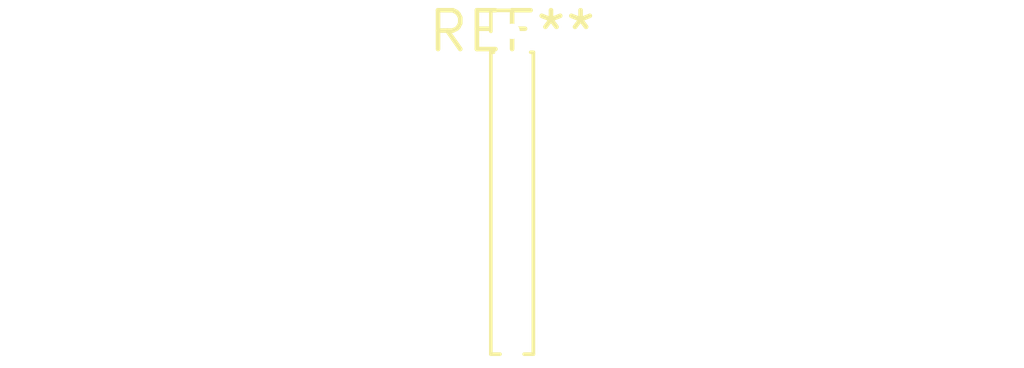
<source format=kicad_pcb>
(kicad_pcb (version 20240108) (generator pcbnew)
  (layers (0 "F.Cu" signal) (31 "B.Cu" signal) (34 "B.Paste" user) (35 "F.Paste" user) (36 "B.SilkS" user "B.Silkscreen") (37 "F.SilkS" user "F.Silkscreen") (38 "B.Mask" user) (39 "F.Mask" user) (44 "Edge.Cuts" user))
  (net 0 "")
  (footprint "PinHeader_1x11_P1.00mm_Vertical" (layer "F.Cu") (at 0 0)
    (property "Reference" "REF**")
    (property "Value" "PinHeader_1x11_P1.00mm_Vertical")
    (fp_line (start -0.695 -0.685) (end 0 -0.685) (layer "F.SilkS") (stroke (width 0.12)))
    (fp_line (start -0.695 0) (end -0.695 -0.685) (layer "F.SilkS") (stroke (width 0.12)))
    (fp_line (start -0.695 0.685) (end -0.695 10.56) (layer "F.SilkS") (stroke (width 0.12)))
    (fp_line (start -0.695 0.685) (end -0.608276 0.685) (layer "F.SilkS") (stroke (width 0.12)))
    (fp_line (start -0.695 10.56) (end -0.394493 10.56) (layer "F.SilkS") (stroke (width 0.12)))
    (fp_line (start 0.394493 10.56) (end 0.695 10.56) (layer "F.SilkS") (stroke (width 0.12)))
    (fp_line (start 0.608276 0.685) (end 0.695 0.685) (layer "F.SilkS") (stroke (width 0.12)))
    (fp_line (start 0.695 0.685) (end 0.695 10.56) (layer "F.SilkS") (stroke (width 0.12)))
    (pad "1" thru_hole rect (at 0 0) (size 0.85 0.85) (drill 0.5) (layers *.Cu *.Mask) (remove_unused_layers))
    (pad "2" thru_hole oval (at 0 1) (size 0.85 0.85) (drill 0.5) (layers *.Cu *.Mask) (remove_unused_layers))
    (pad "3" thru_hole oval (at 0 2) (size 0.85 0.85) (drill 0.5) (layers *.Cu *.Mask) (remove_unused_layers))
    (pad "4" thru_hole oval (at 0 3) (size 0.85 0.85) (drill 0.5) (layers *.Cu *.Mask) (remove_unused_layers))
    (pad "5" thru_hole oval (at 0 4) (size 0.85 0.85) (drill 0.5) (layers *.Cu *.Mask) (remove_unused_layers))
    (pad "6" thru_hole oval (at 0 5) (size 0.85 0.85) (drill 0.5) (layers *.Cu *.Mask) (remove_unused_layers))
    (pad "7" thru_hole oval (at 0 6) (size 0.85 0.85) (drill 0.5) (layers *.Cu *.Mask) (remove_unused_layers))
    (pad "8" thru_hole oval (at 0 7) (size 0.85 0.85) (drill 0.5) (layers *.Cu *.Mask) (remove_unused_layers))
    (pad "9" thru_hole oval (at 0 8) (size 0.85 0.85) (drill 0.5) (layers *.Cu *.Mask) (remove_unused_layers))
    (pad "10" thru_hole oval (at 0 9) (size 0.85 0.85) (drill 0.5) (layers *.Cu *.Mask) (remove_unused_layers))
    (pad "11" thru_hole oval (at 0 10) (size 0.85 0.85) (drill 0.5) (layers *.Cu *.Mask) (remove_unused_layers))
  )
)
</source>
